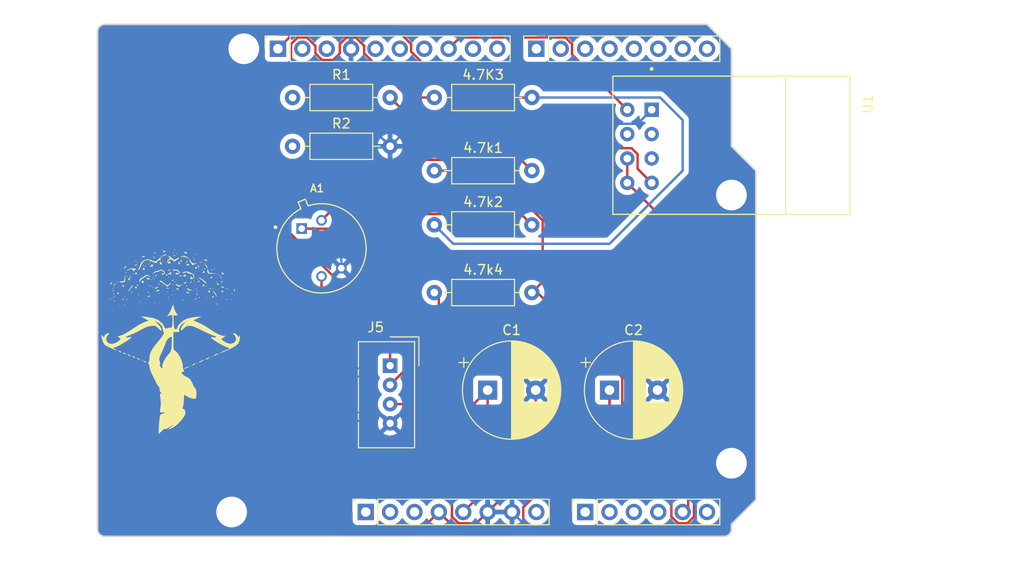
<source format=kicad_pcb>
(kicad_pcb (version 20221018) (generator pcbnew)
  (title_block (date "mar. 31 mars 2015"))
  (layers (0 "F.Cu" signal) (31 "B.Cu" signal) (34 "B.Paste" user) (35 "F.Paste" user) (36 "B.SilkS" user "B.Silkscreen") (37 "F.SilkS" user "F.Silkscreen") (38 "B.Mask" user) (39 "F.Mask" user) (44 "Edge.Cuts" user))
  (net 0 "")
  (net 1 "GND")
  (net 3 "+5V")
  (net 4 "/IOREF")
  (net 5 "/A0")
  (net 6 "/A1")
  (net 7 "/A2")
  (net 8 "/A3")
  (net 9 "/SDA{slash}A4")
  (net 10 "/SCL{slash}A5")
  (net 11 "/13")
  (net 12 "/12")
  (net 13 "/AREF")
  (net 14 "/8")
  (net 15 "/7")
  (net 16 "/UNO_TX")
  (net 17 "/UN0_RX")
  (net 18 "/*9")
  (net 19 "/4")
  (net 20 "/2")
  (net 21 "/*6")
  (net 22 "/*5")
  (net 23 "/TX{slash}1")
  (net 24 "/*3")
  (net 25 "/RX{slash}0")
  (net 26 "+3V3")
  (net 27 "VCC")
  (net 28 "/~{RESET}")
  (net 29 "Net-(A1-SCL)")
  (net 30 "Net-(A1-SDA)")
  (net 31 "Net-(J5-Pin_1)")
  (net 32 "Net-(J5-Pin_2)")
  (net 33 "/ESP_RX")
  (footprint "Connector_PinSocket_2.54mm:PinSocket_1x08_P2.54mm_Vertical" (layer "F.Cu") (at 127.94 97.46 90)
    (fp_text reference "J1" hide)
    (fp_text value "Power")
    (pad "1" thru_hole rect locked (at 0 0 90) (size 1.7 1.7) (drill 1) (layers "*.Cu" "*.Mask"))
    (pad "2" thru_hole oval locked (at 0 2.54 90) (size 1.7 1.7) (drill 1) (layers "*.Cu" "*.Mask") (net 4 "/IOREF"))
    (pad "3" thru_hole oval locked (at 0 5.08 90) (size 1.7 1.7) (drill 1) (layers "*.Cu" "*.Mask") (net 28 "/~{RESET}"))
    (pad "4" thru_hole oval locked (at 0 7.62 90) (size 1.7 1.7) (drill 1) (layers "*.Cu" "*.Mask") (net 26 "+3V3"))
    (pad "5" thru_hole oval locked (at 0 10.16 90) (size 1.7 1.7) (drill 1) (layers "*.Cu" "*.Mask") (net 3 "+5V"))
    (pad "6" thru_hole oval locked (at 0 12.7 90) (size 1.7 1.7) (drill 1) (layers "*.Cu" "*.Mask") (net 1 "GND"))
    (pad "7" thru_hole oval locked (at 0 15.24 90) (size 1.7 1.7) (drill 1) (layers "*.Cu" "*.Mask") (net 1 "GND"))
    (pad "8" thru_hole oval locked (at 0 17.78 90) (size 1.7 1.7) (drill 1) (layers "*.Cu" "*.Mask") (net 27 "VCC"))
  )
  (footprint "Connector_PinSocket_2.54mm:PinSocket_1x06_P2.54mm_Vertical" (layer "F.Cu") (at 150.8 97.46 90)
    (fp_text reference "J3" hide)
    (fp_text value "Analog")
    (pad "1" thru_hole rect locked (at 0 0 90) (size 1.7 1.7) (drill 1) (layers "*.Cu" "*.Mask") (net 5 "/A0"))
    (pad "2" thru_hole oval locked (at 0 2.54 90) (size 1.7 1.7) (drill 1) (layers "*.Cu" "*.Mask") (net 6 "/A1"))
    (pad "3" thru_hole oval locked (at 0 5.08 90) (size 1.7 1.7) (drill 1) (layers "*.Cu" "*.Mask") (net 7 "/A2"))
    (pad "4" thru_hole oval locked (at 0 7.62 90) (size 1.7 1.7) (drill 1) (layers "*.Cu" "*.Mask") (net 8 "/A3"))
    (pad "5" thru_hole oval locked (at 0 10.16 90) (size 1.7 1.7) (drill 1) (layers "*.Cu" "*.Mask") (net 9 "/SDA{slash}A4"))
    (pad "6" thru_hole oval locked (at 0 12.7 90) (size 1.7 1.7) (drill 1) (layers "*.Cu" "*.Mask") (net 10 "/SCL{slash}A5"))
  )
  (footprint "Connector_PinSocket_2.54mm:PinSocket_1x10_P2.54mm_Vertical" (layer "F.Cu") (at 118.796 49.2 90)
    (fp_text reference "J2" hide)
    (fp_text value "Digital/PWM")
    (pad "1" thru_hole rect locked (at 0 0 90) (size 1.7 1.7) (drill 1) (layers "*.Cu" "*.Mask") (net 10 "/SCL{slash}A5"))
    (pad "2" thru_hole oval locked (at 0 2.54 90) (size 1.7 1.7) (drill 1) (layers "*.Cu" "*.Mask") (net 9 "/SDA{slash}A4"))
    (pad "3" thru_hole oval locked (at 0 5.08 90) (size 1.7 1.7) (drill 1) (layers "*.Cu" "*.Mask") (net 13 "/AREF"))
    (pad "4" thru_hole oval locked (at 0 7.62 90) (size 1.7 1.7) (drill 1) (layers "*.Cu" "*.Mask") (net 1 "GND"))
    (pad "5" thru_hole oval locked (at 0 10.16 90) (size 1.7 1.7) (drill 1) (layers "*.Cu" "*.Mask") (net 11 "/13"))
    (pad "6" thru_hole oval locked (at 0 12.7 90) (size 1.7 1.7) (drill 1) (layers "*.Cu" "*.Mask") (net 12 "/12"))
    (pad "7" thru_hole oval locked (at 0 15.24 90) (size 1.7 1.7) (drill 1) (layers "*.Cu" "*.Mask") (net 16 "/UNO_TX"))
    (pad "8" thru_hole oval locked (at 0 17.78 90) (size 1.7 1.7) (drill 1) (layers "*.Cu" "*.Mask") (net 17 "/UN0_RX"))
    (pad "9" thru_hole oval locked (at 0 20.32 90) (size 1.7 1.7) (drill 1) (layers "*.Cu" "*.Mask") (net 18 "/*9"))
    (pad "10" thru_hole oval locked (at 0 22.86 90) (size 1.7 1.7) (drill 1) (layers "*.Cu" "*.Mask") (net 14 "/8"))
  )
  (footprint "Connector_PinSocket_2.54mm:PinSocket_1x08_P2.54mm_Vertical" (layer "F.Cu") (at 145.72 49.2 90)
    (fp_text reference "J4" hide)
    (fp_text value "Digital/PWM")
    (pad "1" thru_hole rect locked (at 0 0 90) (size 1.7 1.7) (drill 1) (layers "*.Cu" "*.Mask") (net 15 "/7"))
    (pad "2" thru_hole oval locked (at 0 2.54 90) (size 1.7 1.7) (drill 1) (layers "*.Cu" "*.Mask") (net 21 "/*6"))
    (pad "3" thru_hole oval locked (at 0 5.08 90) (size 1.7 1.7) (drill 1) (layers "*.Cu" "*.Mask") (net 22 "/*5"))
    (pad "4" thru_hole oval locked (at 0 7.62 90) (size 1.7 1.7) (drill 1) (layers "*.Cu" "*.Mask") (net 19 "/4"))
    (pad "5" thru_hole oval locked (at 0 10.16 90) (size 1.7 1.7) (drill 1) (layers "*.Cu" "*.Mask") (net 24 "/*3"))
    (pad "6" thru_hole oval locked (at 0 12.7 90) (size 1.7 1.7) (drill 1) (layers "*.Cu" "*.Mask") (net 20 "/2"))
    (pad "7" thru_hole oval locked (at 0 15.24 90) (size 1.7 1.7) (drill 1) (layers "*.Cu" "*.Mask") (net 23 "/TX{slash}1"))
    (pad "8" thru_hole oval locked (at 0 17.78 90) (size 1.7 1.7) (drill 1) (layers "*.Cu" "*.Mask") (net 25 "/RX{slash}0"))
  )
  (footprint "MLX90640ESF-BAA-000-TU:TO292P930H600-4" (layer "F.Cu") (at 123.33525 69.99525)
    (fp_text reference "A1" (at -0.46 -6.258) (layer "F.SilkS") (effects (font (size 0.8 0.8))))
    (fp_text value "MLX90640ESF-BAA-000-TU")
    (pad "1" thru_hole rect (at -2.06475 -2.06475) (size 1.1 1.1) (drill 0.7) (layers "*.Cu" "*.Mask") (net 30 "Net-(A1-SDA)"))
    (pad "2" thru_hole circle (at 0 2.92) (size 1.1 1.1) (drill 0.7) (layers "*.Cu" "*.Mask") (net 26 "+3V3"))
    (pad "3" thru_hole circle (at 2.06475 2.06475) (size 1.1 1.1) (drill 0.7) (layers "*.Cu" "*.Mask") (net 1 "GND"))
    (pad "4" thru_hole circle (at 0 -2.92) (size 1.1 1.1) (drill 0.7) (layers "*.Cu" "*.Mask") (net 29 "Net-(A1-SCL)"))
  )
  (footprint "ESP8266-01_ESP-01:XCVR_ESP8266-01_ESP-01" (layer "F.Cu") (at 166.04 59.36 -90)
    (fp_text reference "U1" (at -4.385 -14.235 90) (layer "F.SilkS"))
    (fp_text value "ESP8266-01_ESP-01")
    (pad "1" thru_hole rect (at -3.81 8.31 270) (size 1.5 1.5) (drill 0.8) (layers "*.Cu" "*.Mask") (net 1 "GND"))
    (pad "2" thru_hole circle (at -1.27 8.31 270) (size 1.5 1.5) (drill 0.8) (layers "*.Cu" "*.Mask"))
    (pad "3" thru_hole circle (at 1.27 8.31 270) (size 1.5 1.5) (drill 0.8) (layers "*.Cu" "*.Mask"))
    (pad "4" thru_hole circle (at 3.81 8.31 270) (size 1.5 1.5) (drill 0.8) (layers "*.Cu" "*.Mask") (net 33 "/ESP_RX"))
    (pad "5" thru_hole circle (at -3.81 10.85 270) (size 1.5 1.5) (drill 0.8) (layers "*.Cu" "*.Mask") (net 17 "/UN0_RX"))
    (pad "6" thru_hole circle (at -1.27 10.85 270) (size 1.5 1.5) (drill 0.8) (layers "*.Cu" "*.Mask"))
    (pad "7" thru_hole circle (at 1.27 10.85 270) (size 1.5 1.5) (drill 0.8) (layers "*.Cu" "*.Mask") (net 26 "+3V3"))
    (pad "8" thru_hole circle (at 3.81 10.85 270) (size 1.5 1.5) (drill 0.8) (layers "*.Cu" "*.Mask") (net 26 "+3V3"))
  )
  (footprint "Resistor_THT:R_Axial_DIN0207_L6.3mm_D2.5mm_P10.16mm_Horizontal" (layer "F.Cu") (at 135.09 61.9)
    (fp_text reference "4.7k1" (at 5.08 -2.37) (layer "F.SilkS"))
    (fp_text value "R_US")
    (pad "1" thru_hole circle (at 0 0) (size 1.6 1.6) (drill 0.8) (layers "*.Cu" "*.Mask") (net 9 "/SDA{slash}A4"))
    (pad "2" thru_hole oval (at 10.16 0) (size 1.6 1.6) (drill 0.8) (layers "*.Cu" "*.Mask") (net 29 "Net-(A1-SCL)"))
  )
  (footprint "Resistor_THT:R_Axial_DIN0207_L6.3mm_D2.5mm_P10.16mm_Horizontal" (layer "F.Cu") (at 120.32 59.36)
    (fp_text reference "R2" (at 5.08 -2.37) (layer "F.SilkS"))
    (fp_text value "2k")
    (pad "1" thru_hole circle (at 0 0) (size 1.6 1.6) (drill 0.8) (layers "*.Cu" "*.Mask") (net 33 "/ESP_RX"))
    (pad "2" thru_hole oval (at 10.16 0) (size 1.6 1.6) (drill 0.8) (layers "*.Cu" "*.Mask") (net 1 "GND"))
  )
  (footprint "Resistor_THT:R_Axial_DIN0207_L6.3mm_D2.5mm_P10.16mm_Horizontal" (layer "F.Cu") (at 135.09 67.545)
    (fp_text reference "4.7k2" (at 5.08 -2.37) (layer "F.SilkS"))
    (fp_text value "R_US")
    (pad "1" thru_hole circle (at 0 0) (size 1.6 1.6) (drill 0.8) (layers "*.Cu" "*.Mask") (net 10 "/SCL{slash}A5"))
    (pad "2" thru_hole oval (at 10.16 0) (size 1.6 1.6) (drill 0.8) (layers "*.Cu" "*.Mask") (net 30 "Net-(A1-SDA)"))
  )
  (footprint "LOGO" (layer "F.Cu") (at 107.62 79.68)
    (fp_text reference "G***" hide)
    (fp_text value "LOGO" hide)
  )
  (footprint "Arduino_MountingHole:MountingHole_3.2mm" (layer "F.Cu") (at 115.24 49.2)
    (fp_text reference "MH1" hide)
    (fp_text value "MountingHole_3.2mm" hide)
    (pad "" np_thru_hole circle locked (at 0 0) (size 3.2 3.2) (drill 3.2) (layers "*.Cu" "*.Mask"))
  )
  (footprint "Resistor_THT:R_Axial_DIN0207_L6.3mm_D2.5mm_P10.16mm_Horizontal" (layer "F.Cu") (at 120.32 54.28)
    (fp_text reference "R1" (at 5.08 -2.37) (layer "F.SilkS"))
    (fp_text value "1K")
    (pad "1" thru_hole circle (at 0 0) (size 1.6 1.6) (drill 0.8) (layers "*.Cu" "*.Mask") (net 16 "/UNO_TX"))
    (pad "2" thru_hole oval (at 10.16 0) (size 1.6 1.6) (drill 0.8) (layers "*.Cu" "*.Mask") (net 33 "/ESP_RX"))
  )
  (footprint "Resistor_THT:R_Axial_DIN0207_L6.3mm_D2.5mm_P10.16mm_Horizontal" (layer "F.Cu") (at 135.09 74.6)
    (fp_text reference "4.7k4" (at 5.08 -2.37) (layer "F.SilkS"))
    (fp_text value "R_US")
    (pad "1" thru_hole circle (at 0 0) (size 1.6 1.6) (drill 0.8) (layers "*.Cu" "*.Mask") (net 32 "Net-(J5-Pin_2)"))
    (pad "2" thru_hole oval (at 10.16 0) (size 1.6 1.6) (drill 0.8) (layers "*.Cu" "*.Mask") (net 9 "/SDA{slash}A4"))
  )
  (footprint "Connector:NS-Tech_Grove_1x04_P2mm_Vertical" (layer "F.Cu") (at 130.48 82.22)
    (fp_text reference "J5" (at -1.5 -4) (layer "F.SilkS"))
    (fp_text value "Conn_01x04")
    (pad "1" thru_hole rect (at 0 0) (size 1.524 1.524) (drill 0.762) (layers "*.Cu" "*.Mask") (net 31 "Net-(J5-Pin_1)"))
    (pad "2" thru_hole circle (at 0 2) (size 1.524 1.524) (drill 0.762) (layers "*.Cu" "*.Mask") (net 32 "Net-(J5-Pin_2)"))
    (pad "3" thru_hole circle (at 0 4) (size 1.524 1.524) (drill 0.762) (layers "*.Cu" "*.Mask") (net 3 "+5V"))
    (pad "4" thru_hole circle (at 0 6) (size 1.524 1.524) (drill 0.762) (layers "*.Cu" "*.Mask") (net 1 "GND"))
  )
  (footprint "Capacitor_THT:CP_Radial_D10.0mm_P5.00mm" (layer "F.Cu") (at 153.34 84.76)
    (fp_text reference "C2" (at 2.5 -6.25) (layer "F.SilkS"))
    (fp_text value "1000u")
    (pad "1" thru_hole rect (at 0 0) (size 2 2) (drill 1) (layers "*.Cu" "*.Mask") (net 26 "+3V3"))
    (pad "2" thru_hole circle (at 5 0) (size 2 2) (drill 1) (layers "*.Cu" "*.Mask") (net 1 "GND"))
  )
  (footprint "Resistor_THT:R_Axial_DIN0207_L6.3mm_D2.5mm_P10.16mm_Horizontal" (layer "F.Cu") (at 135.09 54.28)
    (fp_text reference "4.7K3" (at 5.08 -2.37) (layer "F.SilkS"))
    (fp_text value "R_US")
    (pad "1" thru_hole circle (at 0 0) (size 1.6 1.6) (drill 0.8) (layers "*.Cu" "*.Mask") (net 31 "Net-(J5-Pin_1)"))
    (pad "2" thru_hole oval (at 10.16 0) (size 1.6 1.6) (drill 0.8) (layers "*.Cu" "*.Mask") (net 10 "/SCL{slash}A5"))
  )
  (footprint "Arduino_MountingHole:MountingHole_3.2mm" (layer "F.Cu") (at 113.97 97.46)
    (fp_text reference "MH2" hide)
    (fp_text value "MountingHole_3.2mm" hide)
    (pad "" np_thru_hole circle locked (at 0 0) (size 3.2 3.2) (drill 3.2) (layers "*.Cu" "*.Mask"))
  )
  (footprint "Arduino_MountingHole:MountingHole_3.2mm" (layer "F.Cu") (at 166.04 64.44)
    (fp_text reference "MH3" hide)
    (fp_text value "MountingHole_3.2mm" hide)
    (pad "" np_thru_hole circle locked (at 0 0) (size 3.2 3.2) (drill 3.2) (layers "*.Cu" "*.Mask"))
  )
  (footprint "Arduino_MountingHole:MountingHole_3.2mm" (layer "F.Cu") (at 166.04 92.38)
    (fp_text reference "MH4" hide)
    (fp_text value "MountingHole_3.2mm" hide)
    (pad "" np_thru_hole circle locked (at 0 0) (size 3.2 3.2) (drill 3.2) (layers "*.Cu" "*.Mask"))
  )
  (footprint "Capacitor_THT:CP_Radial_D10.0mm_P5.00mm" (layer "F.Cu") (at 140.64 84.76)
    (fp_text reference "C1" (at 2.5 -6.25) (layer "F.SilkS"))
    (fp_text value "1000u")
    (pad "1" thru_hole rect (at 0 0) (size 2 2) (drill 1) (layers "*.Cu" "*.Mask") (net 3 "+5V"))
    (pad "2" thru_hole circle (at 5 0) (size 2 2) (drill 1) (layers "*.Cu" "*.Mask") (net 1 "GND"))
  )
  (gr_line (start 166.04 59.36) (end 168.58 61.9) (stroke (width 0.15)) (layer "Edge.Cuts"))
  (gr_line (start 100 99.238) (end 100 47.422) (stroke (width 0.15)) (layer "Edge.Cuts"))
  (gr_line (start 168.58 61.9) (end 168.58 96.19) (stroke (width 0.15)) (layer "Edge.Cuts"))
  (gr_line (start 165.278 100) (end 100.762 100) (stroke (width 0.15)) (layer "Edge.Cuts"))
  (gr_line (start 100.762 46.66) (end 163.5 46.66) (stroke (width 0.15)) (layer "Edge.Cuts"))
  (gr_arc (start 100.762 100) (mid 100.223185 99.776815) (end 100 99.238) (stroke (width 0.15)) (layer "Edge.Cuts"))
  (gr_line (start 168.58 96.19) (end 166.04 98.73) (stroke (width 0.15)) (layer "Edge.Cuts"))
  (gr_line (start 163.5 46.66) (end 166.04 49.2) (stroke (width 0.15)) (layer "Edge.Cuts"))
  (gr_arc (start 166.04 99.238) (mid 165.816815 99.776815) (end 165.278 100) (stroke (width 0.15)) (layer "Edge.Cuts"))
  (gr_line (start 166.04 49.2) (end 166.04 59.36) (stroke (width 0.15)) (layer "Edge.Cuts"))
  (gr_line (start 166.04 98.73) (end 166.04 99.238) (stroke (width 0.15)) (layer "Edge.Cuts"))
  (gr_arc (start 100 47.422) (mid 100.223185 46.883185) (end 100.762 46.66) (stroke (width 0.15)) (layer "Edge.Cuts"))
  (segment (start 136.925 97.946701) (end 137.613299 98.635) (width 0.25) (layer "F.Cu") (net 1))
  (segment (start 136.925 94.665) (end 136.925 97.946701) (width 0.25) (layer "F.Cu") (net 1))
  (segment (start 137.613299 98.635) (end 139.465 98.635) (width 0.25) (layer "F.Cu") (net 1))
  (segment (start 139.465 98.635) (end 140.64 97.46) (width 0.25) (layer "F.Cu") (net 1))
  (segment (start 145.64 84.76) (end 145.64 92.045786) (width 0.25) (layer "F.Cu") (net 1))
  (segment (start 130.48 88.22) (end 136.925 94.665) (width 0.25) (layer "F.Cu") (net 1))
  (segment (start 145.347107 92.752893) (end 140.64 97.46) (width 0.25) (layer "F.Cu") (net 1))
  (arc (start 145.347107 92.752893) (mid 145.56388 92.42847) (end 145.64 92.045786) (width 0.25) (layer "F.Cu") (net 1))
  (segment (start 125.4 72.06) (end 125.4 66.98) (width 0.25) (layer "B.Cu") (net 1))
  (segment (start 162.325 88.745) (end 162.325 98.625) (width 0.25) (layer "B.Cu") (net 1))
  (segment (start 157.73 55.55) (end 156.557893 56.722107) (width 0.25) (layer "B.Cu") (net 1))
  (segment (start 126.416 54.881786) (end 126.416 49.2) (width 0.25) (layer "B.Cu") (net 1))
  (segment (start 125.4 66.98) (end 130.48 61.9) (width 0.25) (layer "B.Cu") (net 1))
  (segment (start 162.325 98.625) (end 161.15 99.8) (width 0.25) (layer "B.Cu") (net 1))
  (segment (start 132.532107 57.307893) (end 130.48 59.36) (width 0.25) (layer "B.Cu") (net 1))
  (segment (start 130.48 61.9) (end 130.48 59.36) (width 0.25) (layer "B.Cu") (net 1))
  (segment (start 158.34 84.76) (end 162.325 88.745) (width 0.25) (layer "B.Cu") (net 1))
  (segment (start 130.48 59.36) (end 126.708893 55.588893) (width 0.25) (layer "B.Cu") (net 1))
  (segment (start 161.15 99.8) (end 145.52 99.8) (width 0.25) (layer "B.Cu") (net 1))
  (segment (start 155.850786 57.015) (end 133.239214 57.015) (width 0.25) (layer "B.Cu") (net 1))
  (segment (start 145.52 99.8) (end 143.18 97.46) (width 0.25) (layer "B.Cu") (net 1))
  (arc (start 132.532107 57.307893) (mid 132.85653 57.09112) (end 133.239214 57.015) (width 0.25) (layer "B.Cu") (net 1))
  (arc (start 156.557893 56.722107) (mid 156.23347 56.93888) (end 155.850786 57.015) (width 0.25) (layer "B.Cu") (net 1))
  (arc (start 126.416 54.881786) (mid 126.49212 55.264469) (end 126.708893 55.588893) (width 0.25) (layer "B.Cu") (net 1))
  (segment (start 140.347107 95.212893) (end 138.1 97.46) (width 0.25) (layer "F.Cu") (net 3))
  (segment (start 139.18 86.22) (end 140.64 84.76) (width 0.25) (layer "F.Cu") (net 3))
  (segment (start 130.48 86.22) (end 139.18 86.22) (width 0.25) (layer "F.Cu") (net 3))
  (segment (start 140.64 84.76) (end 140.64 94.505786) (width 0.25) (layer "F.Cu") (net 3))
  (arc (start 140.347107 95.212893) (mid 140.56388 94.88847) (end 140.64 94.505786) (width 0.25) (layer "F.Cu") (net 3))
  (segment (start 146.375 67.079009) (end 146.375 73.475) (width 0.25) (layer "F.Cu") (net 9))
  (segment (start 154.665 83.435) (end 154.665 88.625) (width 0.25) (layer "F.Cu") (net 9))
  (segment (start 141.195991 61.9) (end 146.375 67.079009) (width 0.25) (layer "F.Cu") (net 9))
  (segment (start 154.665 88.625) (end 161.536421 95.496421) (width 0.25) (layer "F.Cu") (net 9))
  (segment (start 146.375 73.475) (end 145.25 74.6) (width 0.25) (layer "F.Cu") (net 9))
  (segment (start 135.09 61.9) (end 141.195991 61.9) (width 0.25) (layer "F.Cu") (net 9))
  (segment (start 145.83 74.6) (end 154.665 83.435) (width 0.25) (layer "F.Cu") (net 9))
  (segment (start 161.536421 95.496421) (end 161.536421 96.883579) (width 0.25) (layer "F.Cu") (net 9))
  (segment (start 161.536421 96.883579) (end 160.96 97.46) (width 0.25) (layer "F.Cu") (net 9))
  (segment (start 145.25 74.6) (end 145.83 74.6) (width 0.25) (layer "F.Cu") (net 9))
  (segment (start 145.25 54.28) (end 137.454299 54.28) (width 0.25) (layer "F.Cu") (net 10))
  (segment (start 132.671 49.496701) (end 132.671 48.713299) (width 0.25) (layer "F.Cu") (net 10))
  (segment (start 130.817701 46.86) (end 121.136 46.86) (width 0.25) (layer "F.Cu") (net 10))
  (segment (start 137.454299 54.28) (end 132.671 49.496701) (width 0.25) (layer "F.Cu") (net 10))
  (segment (start 132.671 48.713299) (end 130.817701 46.86) (width 0.25) (layer "F.Cu") (net 10))
  (segment (start 121.136 46.86) (end 118.796 49.2) (width 0.25) (layer "F.Cu") (net 10))
  (segment (start 160.96 61.9) (end 160.96 56.63) (width 0.25) (layer "B.Cu") (net 10))
  (segment (start 135.09 67.545) (end 137.065 69.52) (width 0.25) (layer "B.Cu") (net 10))
  (segment (start 137.065 69.52) (end 153.34 69.52) (width 0.25) (layer "B.Cu") (net 10))
  (segment (start 158.61 54.28) (end 145.25 54.28) (width 0.25) (layer "B.Cu") (net 10))
  (segment (start 153.34 69.52) (end 160.96 61.9) (width 0.25) (layer "B.Cu") (net 10))
  (segment (start 160.96 56.63) (end 158.61 54.28) (width 0.25) (layer "B.Cu") (net 10))
  (segment (start 149.435 49.795) (end 149.435 48.713299) (width 0.25) (layer "F.Cu") (net 17))
  (segment (start 149.435 48.713299) (end 148.746701 48.025) (width 0.25) (layer "F.Cu") (net 17))
  (segment (start 155.19 55.55) (end 149.435 49.795) (width 0.25) (layer "F.Cu") (net 17))
  (segment (start 137.751 48.025) (end 136.576 49.2) (width 0.25) (layer "F.Cu") (net 17))
  (segment (start 148.746701 48.025) (end 137.751 48.025) (width 0.25) (layer "F.Cu") (net 17))
  (segment (start 161.446701 98.635) (end 160.473299 98.635) (width 0.25) (layer "F.Cu") (net 26))
  (segment (start 144.355 98.625) (end 143.18 99.8) (width 0.25) (layer "F.Cu") (net 26))
  (segment (start 153.34 84.76) (end 153.34 87.574085) (width 0.25) (layer "F.Cu") (net 26))
  (segment (start 123.33525 72.91525) (end 123.33525 96.98475) (width 0.25) (layer "F.Cu") (net 26))
  (segment (start 125.2 99.8) (end 133.22 99.8) (width 0.25) (layer "F.Cu") (net 26))
  (segment (start 153.34 88.178299) (end 153.34 84.76) (width 0.25) (layer "F.Cu") (net 26))
  (segment (start 155.19 60.63) (end 155.19 63.17) (width 0.25) (layer "F.Cu") (net 26))
  (segment (start 137.9 99.8) (end 135.56 97.46) (width 0.25) (layer "F.Cu") (net 26))
  (segment (start 159.785 97.946701) (end 159.785 94.623299) (width 0.25) (layer "F.Cu") (net 26))
  (segment (start 143.18 99.8) (end 137.9 99.8) (width 0.25) (layer "F.Cu") (net 26))
  (segment (start 162.135 70.115) (end 162.135 97.946701) (width 0.25) (layer "F.Cu") (net 26))
  (segment (start 123.33525 96.98475) (end 122.86 97.46) (width 0.25) (layer "F.Cu") (net 26))
  (segment (start 155.19 63.17) (end 162.135 70.115) (width 0.25) (layer "F.Cu") (net 26))
  (segment (start 122.86 97.46) (end 125.2 99.8) (width 0.25) (layer "F.Cu") (net 26))
  (segment (start 153.047107 88.281192) (end 144.355 96.973299) (width 0.25) (layer "F.Cu") (net 26))
  (segment (start 162.135 97.946701) (end 161.446701 98.635) (width 0.25) (layer "F.Cu") (net 26))
  (segment (start 159.785 94.623299) (end 153.34 88.178299) (width 0.25) (layer "F.Cu") (net 26))
  (segment (start 160.473299 98.635) (end 159.785 97.946701) (width 0.25) (layer "F.Cu") (net 26))
  (segment (start 144.355 96.973299) (end 144.355 98.625) (width 0.25) (layer "F.Cu") (net 26))
  (segment (start 133.22 99.8) (end 135.56 97.46) (width 0.25) (layer "F.Cu") (net 26))
  (arc (start 153.34 87.574085) (mid 153.26388 87.956768) (end 153.047107 88.281192) (width 0.25) (layer "F.Cu") (net 26))
  (segment (start 123.33525 67.07525) (end 129.342607 61.067893) (width 0.25) (layer "F.Cu") (net 29))
  (segment (start 130.049714 60.775) (end 144.125 60.775) (width 0.25) (layer "F.Cu") (net 29))
  (segment (start 144.125 60.775) (end 145.25 61.9) (width 0.25) (layer "F.Cu") (net 29))
  (arc (start 130.049714 60.775) (mid 129.667031 60.85112) (end 129.342607 61.067893) (width 0.25) (layer "F.Cu") (net 29))
  (segment (start 133.994214 66.42) (end 143.710786 66.42) (width 0.25) (layer "F.Cu") (net 30))
  (segment (start 122.09025 67.95025) (end 131.635536 67.95025) (width 0.25) (layer "F.Cu") (net 30))
  (segment (start 144.417893 66.712893) (end 145.25 67.545) (width 0.25) (layer "F.Cu") (net 30))
  (segment (start 121.2705 67.9305) (end 122.0705 67.9305) (width 0.25) (layer "F.Cu") (net 30))
  (segment (start 132.342643 67.657357) (end 133.287107 66.712893) (width 0.25) (layer "F.Cu") (net 30))
  (segment (start 122.0705 67.9305) (end 122.09025 67.95025) (width 0.25) (layer "F.Cu") (net 30))
  (arc (start 144.417893 66.712893) (mid 144.09347 66.49612) (end 143.710786 66.42) (width 0.25) (layer "F.Cu") (net 30))
  (arc (start 132.342643 67.657357) (mid 132.01822 67.87413) (end 131.635536 67.95025) (width 0.25) (layer "F.Cu") (net 30))
  (arc (start 133.287107 66.712893) (mid 133.61153 66.49612) (end 133.994214 66.42) (width 0.25) (layer "F.Cu") (net 30))
  (segment (start 132.374299 54.28) (end 135.09 54.28) (width 0.25) (layer "F.Cu") (net 31))
  (segment (start 117.78 54.28) (end 120.161 51.899) (width 0.25) (layer "F.Cu") (net 31))
  (segment (start 124.552701 50.375) (end 125.241 49.686701) (width 0.25) (layer "F.Cu") (net 31))
  (segment (start 130.48 82.22) (end 130.48 78.822563) (width 0.25) (layer "F.Cu") (net 31))
  (segment (start 120.161 51.899) (end 120.161 48.713299) (width 0.25) (layer "F.Cu") (net 31))
  (segment (start 120.161 48.713299) (end 120.849299 48.025) (width 0.25) (layer "F.Cu") (net 31))
  (segment (start 123.389299 50.375) (end 124.552701 50.375) (width 0.25) (layer "F.Cu") (net 31))
  (segment (start 122.701 49.686701) (end 123.389299 50.375) (width 0.25) (layer "F.Cu") (net 31))
  (segment (start 122.701 48.903299) (end 122.701 49.686701) (width 0.25) (layer "F.Cu") (net 31))
  (segment (start 120.849299 48.025) (end 121.822701 48.025) (width 0.25) (layer "F.Cu") (net 31))
  (segment (start 125.929299 48.025) (end 126.902701 48.025) (width 0.25) (layer "F.Cu") (net 31))
  (segment (start 121.822701 48.025) (end 122.701 48.903299) (width 0.25) (layer "F.Cu") (net 31))
  (segment (start 127.781 49.686701) (end 132.374299 54.28) (width 0.25) (layer "F.Cu") (net 31))
  (segment (start 117.78 66.122563) (end 117.78 54.28) (width 0.25) (layer "F.Cu") (net 31))
  (segment (start 127.781 48.903299) (end 127.781 49.686701) (width 0.25) (layer "F.Cu") (net 31))
  (segment (start 130.48 78.822563) (end 117.78 66.122563) (width 0.25) (layer "F.Cu") (net 31))
  (segment (start 125.241 49.686701) (end 125.241 48.713299) (width 0.25) (layer "F.Cu") (net 31))
  (segment (start 125.241 48.713299) (end 125.929299 48.025) (width 0.25) (layer "F.Cu") (net 31))
  (segment (start 126.902701 48.025) (end 127.781 48.903299) (width 0.25) (layer "F.Cu") (net 31))
  (segment (start 135.56 79.14) (end 135.56 74.6) (width 0.25) (layer "F.Cu") (net 32))
  (segment (start 130.48 84.22) (end 135.56 79.14) (width 0.25) (layer "F.Cu") (net 32))
  (segment (start 155.63528 59.555) (end 135.755 59.555) (width 0.25) (layer "F.Cu") (net 33))
  (segment (start 135.755 59.555) (end 130.48 54.28) (width 0.25) (layer "F.Cu") (net 33))
  (segment (start 156.265 60.18472) (end 155.63528 59.555) (width 0.25) (layer "F.Cu") (net 33))
  (segment (start 157.73 63.17) (end 156.265 61.705) (width 0.25) (layer "F.Cu") (net 33))
  (segment (start 156.265 61.705) (end 156.265 60.18472) (width 0.25) (layer "F.Cu") (net 33))
  (zone (net 1) (net_name "GND") (layer "B.Cu") (connect_pads (clearance 0.508)) (min_thickness 0.25) (fill yes (thermal_gap 0.5) (thermal_bridge_width 0.5))
    (polygon (pts (xy 89.84 105.08) (xy 196.52 105.08) (xy 196.52 44.12) (xy 89.84 44.12)))
  )
)
</source>
